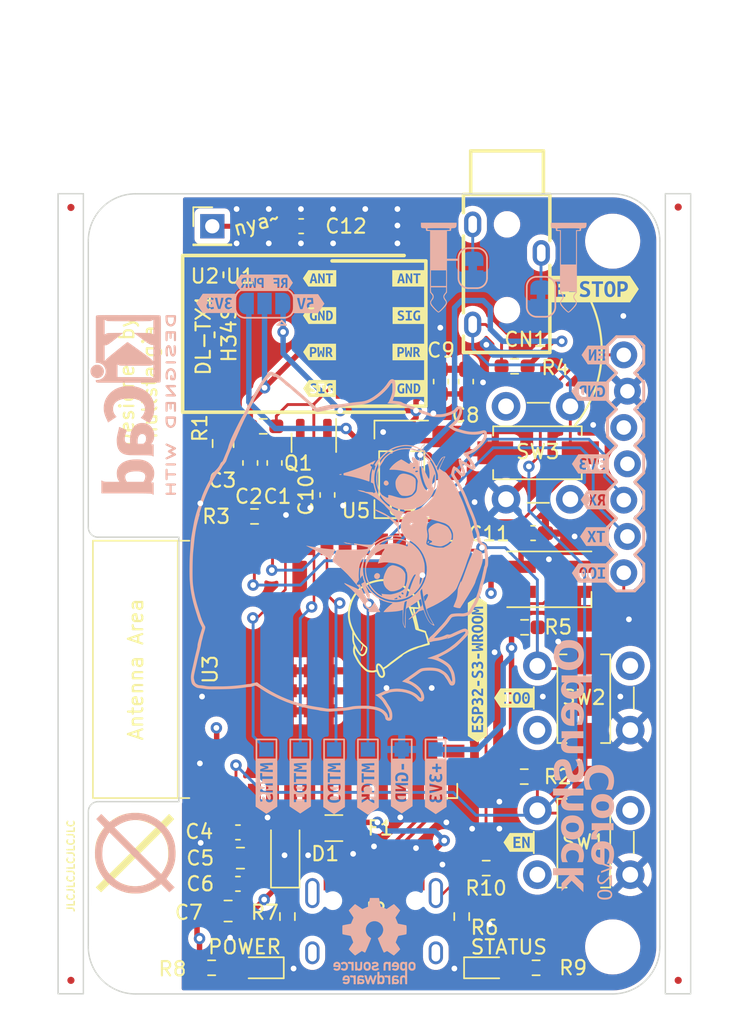
<source format=kicad_pcb>
(kicad_pcb (version 20221018) (generator pcbnew)
  (layers (0 "F.Cu" signal) (1 "In1.Cu" power) (2 "In2.Cu" power) (31 "B.Cu" signal) (34 "B.Paste" user) (35 "F.Paste" user) (36 "B.SilkS" user "B.Silkscreen") (37 "F.SilkS" user "F.Silkscreen") (38 "B.Mask" user) (39 "F.Mask" user) (44 "Edge.Cuts" user))
  (net 0 "")
  (net 1 "+3V3")
  (net 2 "Net-(D1-A)")
  (net 3 "GND")
  (net 4 "RGB")
  (net 6 "D+")
  (net 7 "D-")
  (net 8 "CC1")
  (net 10 "CC2")
  (net 12 "EN")
  (net 13 "Net-(J2-SHIELD)")
  (net 23 "IO0")
  (net 32 "+5V")
  (net 33 "Net-(D2-A)")
  (net 34 "+5VA")
  (net 35 "CTS")
  (net 36 "SERIAL_RX")
  (net 37 "SERIAL_TX")
  (net 38 "E_STOP")
  (net 39 "Net-(AE1-A)")
  (net 40 "STATUS")
  (net 41 "Net-(D3-A)")
  (net 43 "RF_Power")
  (net 44 "Net-(JP2-A)")
  (net 45 "RF_Signal")
  (net 46 "RF_Shifted")
  (net 51 "Net-(JP3-A)")
  (net 53 "MTCK")
  (net 54 "MTDO")
  (net 55 "MTDI")
  (net 56 "MTMS")
  (net 57 "Net-(U1-ANT)")
  (footprint "PCM_Espressif:ESP32-S3-WROOM-1" (layer "F.Cu") (at 118.0374 90 90)
    (fp_text reference "U3")
    (fp_text value "ESP32-S3-WROOM-1")
  )
  (footprint "Resistor_SMD:R_0603_1608Metric_Pad0.98x0.95mm_HandSolder" (layer "F.Cu") (at 129.8125 103.9)
    (fp_text reference "R10")
    (fp_text value "100k")
  )
  (footprint "kibuzzard-658A42A3" (layer "F.Cu") (at 124.4 67.8)
    (fp_text reference "kibuzzard-658A42A3" hide)
    (fp_text value "G***" hide)
  )
  (footprint "kibuzzard-63FC1BA4" (layer "F.Cu") (at 132.0688 102.1)
    (fp_text reference "kibuzzard-63FC1BA4" hide)
    (fp_text value "G***" hide)
  )
  (footprint "kibuzzard-658A27EA" (layer "F.Cu") (at 137.39 63.4)
    (fp_text reference "kibuzzard-658A27EA" hide)
    (fp_text value "G***" hide)
  )
  (footprint "Capacitor_SMD:C_0603_1608Metric_Pad1.08x0.95mm_HandSolder" (layer "F.Cu") (at 128.397 69.8716 90)
    (fp_text reference "C8")
    (fp_text value "100nF")
  )
  (footprint "kibuzzard-658A3013" (layer "F.Cu") (at 118.15 62.65)
    (fp_text reference "kibuzzard-658A3013" hide)
    (fp_text value "G***" hide)
  )
  (footprint "Resistor_SMD:R_0603_1608Metric_Pad0.98x0.95mm_HandSolder" (layer "F.Cu") (at 113.6 79.3)
    (fp_text reference "R3")
    (fp_text value "10k")
  )
  (footprint "kibuzzard-658A429F" (layer "F.Cu") (at 124.4 70.35)
    (fp_text reference "kibuzzard-658A429F" hide)
    (fp_text value "G***" hide)
  )
  (footprint "MountingHole:MountingHole_3.2mm_M3" (layer "F.Cu") (at 138.6636 60.0493)
    (fp_text reference "REF**")
    (fp_text value "MountingHole_3.2mm_M3")
  )
  (footprint "footprints:LED_WS2812B-Mini_3.5x3.5mm_P1.75mm" (layer "F.Cu") (at 134.23 83.7)
    (fp_text reference "D4" hide)
    (fp_text value "WS2812B-Mini3535" hide)
  )
  (footprint "Resistor_SMD:R_0603_1608Metric_Pad0.98x0.95mm_HandSolder" (layer "F.Cu") (at 110.5975 110.871 180)
    (fp_text reference "R8")
    (fp_text value "5.1k")
  )
  (footprint "Resistor_SMD:R_0603_1608Metric_Pad0.98x0.95mm_HandSolder" (layer "F.Cu") (at 132.4746 97.5003 180)
    (fp_text reference "R2")
    (fp_text value "10k")
  )
  (footprint "kibuzzard-658A42AC" (layer "F.Cu") (at 124.4 62.65)
    (fp_text reference "kibuzzard-658A42AC" hide)
    (fp_text value "G***" hide)
  )
  (footprint "MountingHole:MountingHole_3.2mm_M3" (layer "F.Cu") (at 105.2676 109.4)
    (fp_text reference "REF**")
    (fp_text value "MountingHole_3.2mm_M3")
  )
  (footprint "Connector_PinHeader_2.54mm:PinHeader_1x01_P2.54mm_Vertical" (layer "F.Cu") (at 110.6424 59.0042)
    (fp_text reference "AE1")
    (fp_text value "Antenna")
  )
  (footprint "footprints:tinysussy" (layer "F.Cu") (at 123 87.1 90)
    (fp_text reference "G***")
    (fp_text value "LOGO" hide)
  )
  (footprint "Package_TO_SOT_SMD:SOT-223-3_TabPin2" (layer "F.Cu") (at 123.9 76.008 180)
    (fp_text reference "U5")
    (fp_text value "AMS1117-3.3")
  )
  (footprint "kibuzzard-658A42A8" (layer "F.Cu") (at 124.4 65.25)
    (fp_text reference "kibuzzard-658A42A8" hide)
    (fp_text value "G***" hide)
  )
  (footprint "kibuzzard-658A2FFC" (layer "F.Cu") (at 118.15 70.35)
    (fp_text reference "kibuzzard-658A2FFC" hide)
    (fp_text value "G***" hide)
  )
  (footprint "Capacitor_SMD:C_0603_1608Metric_Pad1.08x0.95mm_HandSolder" (layer "F.Cu") (at 112.4375 101.4)
    (fp_text reference "C4")
    (fp_text value "100nF")
  )
  (footprint "Resistor_SMD:R_0603_1608Metric_Pad0.98x0.95mm_HandSolder" (layer "F.Cu") (at 131.8 68.8)
    (fp_text reference "R4")
    (fp_text value "5.1k")
  )
  (footprint "kibuzzard-658A3009" (layer "F.Cu") (at 118.15 65.25)
    (fp_text reference "kibuzzard-658A3009" hide)
    (fp_text value "G***" hide)
  )
  (footprint "Fiducial:Fiducial_0.5mm_Mask1mm" (layer "F.Cu") (at 143.25 111.75 90)
    (fp_text reference "FID4")
    (fp_text value "Fiducial")
  )
  (footprint "footprints:SW_PUSH_6mm_customized" (layer "F.Cu") (at 133.394 89.75)
    (fp_text reference "SW2")
    (fp_text value "SW_SPST")
  )
  (footprint "Resistor_SMD:R_0603_1608Metric_Pad0.98x0.95mm_HandSolder" (layer "F.Cu") (at 128.1 107.2875 -90)
    (fp_text reference "R6")
    (fp_text value "5.1k")
  )
  (footprint "footprints:nullsmall" (layer "F.Cu") (at 105.25 102.86)
    (fp_text reference "G***" hide)
    (fp_text value "LOGO" hide)
  )
  (footprint "Capacitor_SMD:C_0603_1608Metric_Pad1.08x0.95mm_HandSolder" (layer "F.Cu") (at 118.7 77.8 -90)
    (fp_text reference "C10")
    (fp_text value "100nF")
  )
  (footprint "easyeda2kicad:WIRELM-TH_H34S-433M" (layer "F.Cu") (at 120.0404 66.51 -90)
    (fp_text reference "U2")
    (fp_text value "H34B-433M")
  )
  (footprint "Package_TO_SOT_SMD:SOT-23" (layer "F.Cu") (at 117.75 74.15 -90)
    (fp_text reference "Q1")
    (fp_text value "BSS138")
  )
  (footprint "Fiducial:Fiducial_0.5mm_Mask1mm" (layer "F.Cu") (at 100.75 57.69 90)
    (fp_text reference "FID1")
    (fp_text value "Fiducial")
  )
  (footprint "Fuse:Fuse_1206_3216Metric_Pad1.42x1.75mm_HandSolder" (layer "F.Cu") (at 119.15 101.1)
    (fp_text reference "F1")
    (fp_text value "Polyfuse")
  )
  (footprint "footprints:SW_PUSH_6mm_customized" (layer "F.Cu") (at 133.394 99.8583)
    (fp_text reference "SW1")
    (fp_text value "SW_SPST")
  )
  (footprint "kibuzzard-63FC1B9A" (layer "F.Cu") (at 129.2 90 90)
    (fp_text reference "kibuzzard-63FC1B9A" hide)
    (fp_text value "G***" hide)
  )
  (footprint "MountingHole:MountingHole_3.2mm_M3" (layer "F.Cu") (at 138.6636 109.4111)
    (fp_text reference "REF**")
    (fp_text value "MountingHole_3.2mm_M3")
  )
  (footprint "Resistor_SMD:R_0603_1608Metric_Pad0.98x0.95mm_HandSolder" (layer "F.Cu") (at 115.9 107.2875 -90)
    (fp_text reference "R7")
    (fp_text value "5.1k")
  )
  (footprint "Capacitor_SMD:C_0603_1608Metric_Pad1.08x0.95mm_HandSolder" (layer "F.Cu") (at 112.4375 105)
    (fp_text reference "C6")
    (fp_text value "10uF")
  )
  (footprint "kibuzzard-63FC1BB3" (layer "F.Cu") (at 131.7486 92)
    (fp_text reference "kibuzzard-63FC1BB3" hide)
    (fp_text value "G***" hide)
  )
  (footprint "Resistor_SMD:R_0603_1608Metric_Pad0.98x0.95mm_HandSolder" (layer "F.Cu") (at 132.5 87.0572)
    (fp_text reference "R5")
    (fp_text value "10k")
  )
  (footprint "Fiducial:Fiducial_0.5mm_Mask1mm" (layer "F.Cu") (at 100.75 111.75 90)
    (fp_text reference "FID4")
    (fp_text value "Fiducial")
  )
  (footprint "Capacitor_SMD:C_0805_2012Metric_Pad1.18x1.45mm_HandSolder" (layer "F.Cu") (at 111.4 74.2 -90)
    (fp_text reference "C3")
    (fp_text value "22uF")
  )
  (footprint "Fiducial:Fiducial_0.5mm_Mask1mm" (layer "F.Cu") (at 143.25 57.6642 90)
    (fp_text reference "FID1")
    (fp_text value "Fiducial")
  )
  (footprint "easyeda2kicad:WIELM-TH_DL-TX1-433M" (layer "F.Cu") (at 122.55 66.51 180)
    (fp_text reference "U1")
    (fp_text value "DL-TX1-433M")
  )
  (footprint "footprints:HRO-TYPE-C-31-M-12-HandSoldering_ABPads" (layer "F.Cu") (at 121.967572 112.425)
    (fp_text reference "J2")
    (fp_text value "USB_C_Receptacle_USB2.0")
  )
  (footprint "kibuzzard-658A3003" (layer "F.Cu") (at 118.15 67.8)
    (fp_text reference "kibuzzard-658A3003" hide)
    (fp_text value "G***" hide)
  )
  (footprint "easyeda2kicad:AUDIO-TH_PJ-3200" (layer "F.Cu") (at 131.2672 62.3734 -90)
    (fp_text reference "CN1")
    (fp_text value "PJ-3200")
  )
  (footprint "Resistor_SMD:R_0603_1608Metric_Pad0.98x0.95mm_HandSolder" (layer "F.Cu") (at 114.2125 73)
    (fp_text reference "R1")
    (fp_text value "10k")
  )
  (footprint "MountingHole:MountingHole_3.2mm_M3" (layer "F.Cu") (at 105.2676 60.0382)
    (fp_text reference "REF**")
    (fp_text value "MountingHole_3.2mm_M3")
  )
  (footprint "footprints:SW_PUSH_6mm_customized" (layer "F.Cu") (at 135.7 71.6 -90)
    (fp_text reference "SW3")
    (fp_text value "SW_SPST")
  )
  (footprint "LED_SMD:LED_0603_1608Metric_Pad1.05x0.95mm_HandSolder" (layer "F.Cu") (at 129.925 110.871)
    (fp_text reference "D3")
    (fp_text value "STATUS")
  )
  (footprint "Capacitor_SMD:C_0603_1608Metric_Pad1.08x0.95mm_HandSolder" (layer "F.Cu") (at 133.096 80.4672 180)
    (fp_text reference "C11")
    (fp_text value "100nF")
  )
  (footprint "Diode_SMD:D_SOD-123" (layer "F.Cu") (at 115.75 102.9 90)
    (fp_text reference "D1")
    (fp_text value "D_Schottky")
  )
  (footprint "Capacitor_SMD:C_0805_2012Metric_Pad1.18x1.45mm_HandSolder" (layer "F.Cu") (at 111.75 106.9 180)
    (fp_text reference "C7")
    (fp_text value "22uF")
  )
  (footprint "Capacitor_SMD:C_0603_1608Metric_Pad1.08x0.95mm_HandSolder" (layer "F.Cu") (at 126.6444 69.8705 90)
    (fp_text reference "C9")
    (fp_text value "10uF")
  )
  (footprint "Package_TO_SOT_SMD:SOT-23_Handsoldering" (layer "F.Cu") (at 123.9004 75.5 90)
    (fp_text reference "U4")
    (fp_text value "MCP1700x-300xxTT")
  )
  (footprint "Capacitor_SMD:C_0603_1608Metric_Pad1.08x0.95mm_HandSolder" (layer "F.Cu") (at 116.8625 59)
    (fp_text reference "C12")
    (fp_text value "73pF")
  )
  (footprint "LED_SMD:LED_0603_1608Metric_Pad1.05x0.95mm_HandSolder" (layer "F.Cu") (at 113.985 110.871 180)
    (fp_text reference "D2")
    (fp_text value "POWER")
  )
  (footprint "Capacitor_SMD:C_0805_2012Metric_Pad1.18x1.45mm_HandSolder" (layer "F.Cu") (at 112.6125 103.2)
    (fp_text reference "C5")
    (fp_text value "22uF")
  )
  (footprint "Resistor_SMD:R_0603_1608Metric_Pad0.98x0.95mm_HandSolder" (layer "F.Cu") (at 133.3032 110.871)
    (fp_text reference "R9")
    (fp_text value "5.1k")
  )
  (footprint "Capacitor_SMD:C_0603_1608Metric_Pad1.08x0.95mm_HandSolder" (layer "F.Cu") (at 113.3 75.5625 -90)
    (fp_text reference "C2")
    (fp_text value "10uF")
  )
  (footprint "Capacitor_SMD:C_0603_1608Metric_Pad1.08x0.95mm_HandSolder" (layer "F.Cu") (at 115 75.5625 -90)
    (fp_text reference "C1")
    (fp_text value "100nF")
  )
  (footprint "LOGO" (layer "B.Cu") (at 119.973253 81.8 -90)
    (fp_text reference "G***" hide)
    (fp_text value "LOGO" hide)
  )
  (footprint "kibuzzard-65AF1A0B" (layer "B.Cu") (at 117.4 64.42 180)
    (fp_text reference "kibuzzard-65AF1A0B" hide)
    (fp_text value "G***" hide)
  )
  (footprint "kibuzzard-658A26DB" (layer "B.Cu") (at 114.433336 98.17 -90)
    (fp_text reference "kibuzzard-658A26DB" hide)
    (fp_text value "G***" hide)
  )
  (footprint "kibuzzard-658A779F" (layer "B.Cu") (at 123.9012 98.1964 -90)
    (fp_text reference "kibuzzard-658A779F" hide)
    (fp_text value "G***" hide)
  )
  (footprint "TestPoint:TestPoint_Pad_1.0x1.0mm" (layer "B.Cu") (at 121.533334 95.6 90)
    (fp_text reference "TP1" hide)
    (fp_text value "MTCK" hide)
  )
  (footprint "Jumper:SolderJumper-2_P1.3mm_Bridged_RoundedPad1.0x1.5mm" (layer "B.Cu") (at 133.65 63.9386 -90)
    (fp_text reference "JP3" hide)
    (fp_text value "SolderJumper_2_Open")
  )
  (footprint "kibuzzard-658A2659" (layer "B.Cu") (at 137.41 78.14 180)
    (fp_text reference "kibuzzard-658A2659" hide)
    (fp_text value "G***" hide)
  )
  (footprint "TestPoint:TestPoint_Pad_1.0x1.0mm" (layer "B.Cu") (at 126.266666 95.6 180)
    (fp_text reference "TP5" hide)
    (fp_text value "3V3" hide)
  )
  (footprint "TestPoint:TestPoint_Pad_1.0x1.0mm" (layer "B.Cu") (at 123.9 95.6 180)
    (fp_text reference "TP6" hide)
    (fp_text value "GND" hide)
  )
  (footprint "kibuzzard-658A26D4" (layer "B.Cu") (at 119.168336 98.19 -90)
    (fp_text reference "kibuzzard-658A26D4" hide)
    (fp_text value "G***" hide)
  )
  (footprint "Jumper:SolderJumper-2_P1.3mm_Bridged_RoundedPad1.0x1.5mm" (layer "B.Cu") (at 128.87 61.934 -90)
    (fp_text reference "JP2" hide)
    (fp_text value "SolderJumper_2_Open")
  )
  (footprint "TestPoint:TestPoint_Pad_1.0x1.0mm" (layer "B.Cu") (at 114.433336 95.6 180)
    (fp_text reference "TP4" hide)
    (fp_text value "MTMS" hide)
  )
  (footprint "TestPoint:TestPoint_Pad_1.0x1.0mm" (layer "B.Cu") (at 116.800002 95.6 90)
    (fp_text reference "TP3" hide)
    (fp_text value "MTDI" hide)
  )
  (footprint "kibuzzard-658A264C" (layer "B.Cu") (at 137.44 68.01 180)
    (fp_text reference "kibuzzard-658A264C" hide)
    (fp_text value "G***" hide)
  )
  (footprint "kibuzzard-658A4835" (layer "B.Cu") (at 126.283336 98.21 -90)
    (fp_text reference "kibuzzard-658A4835" hide)
    (fp_text value "G***" hide)
  )
  (footprint "kibuzzard-65AF1A15" (layer "B.Cu") (at 110.91 64.4 180)
    (fp_text reference "kibuzzard-65AF1A15" hide)
    (fp_text value "G***" hide)
  )
  (footprint "LOGO" (layer "B.Cu") (at 135.5852 61.9046 90)
    (fp_text reference "G***" hide)
    (fp_text value "LOGO" hide)
  )
  (footprint "kibuzzard-658A265D" (layer "B.Cu") (at 137.38 80.71 180)
    (fp_text reference "kibuzzard-658A265D" hide)
    (fp_text value "G***" hide)
  )
  (footprint "kibuzzard-658A26D7" (layer "B.Cu") (at 116.798336 98.16 -90)
    (fp_text reference "kibuzzard-658A26D7" hide)
    (fp_text value "G***" hide)
  )
  (footprint "LOGO" (layer "B.Cu") (at 126.492 61.9 90)
    (fp_text reference "G***" hide)
    (fp_text value "LOGO" hide)
  )
  (footprint "kibuzzard-658A269D" (layer "B.Cu") (at 121.538336 98.21 -90)
    (fp_text reference "kibuzzard-658A269D" hide)
    (fp_text value "G***" hide)
  )
  (footprint "Symbol:KiCad-Logo2_5mm_SilkScreen" (layer "B.Cu") (at 105.1 71.5 -90)
    (fp_text reference "REF**" hide)
    (fp_text value "KiCad-Logo2_5mm_SilkScreen" hide)
  )
  (footprint "kibuzzard-658A2652" (layer "B.Cu") (at 137.1 75.63 180)
    (fp_text reference "kibuzzard-658A2652" hide)
    (fp_text value "G***" hide)
  )
  (footprint "footprints:1X07_LOCK" (layer "B.Cu") (at 139.568855 68.001843 -90)
    (fp_text reference "J1")
    (fp_text value "Serial Debug")
  )
  (footprint "Symbol:OSHW-Logo_5.7x6mm_SilkScreen" (layer "B.Cu") (at 122 109 180)
    (fp_text reference "REF**" hide)
    (fp_text value "OSHW-Logo_5.7x6mm_SilkScreen" hide)
  )
  (footprint "TestPoint:TestPoint_Pad_1.0x1.0mm" (layer "B.Cu") (at 119.166668 95.6 180)
    (fp_text reference "TP2" hide)
    (fp_text value "MTDO" hide)
  )
  (footprint "Jumper:SolderJumper-3_P1.3mm_Open_RoundedPad1.0x1.5mm" (layer "B.Cu") (at 114.3 64.4075 180)
    (fp_text reference "JP1" hide)
    (fp_text value "Transmitter Power Selection")
  )
  (footprint "kibuzzard-658A2661" (layer "B.Cu") (at 137.1 83.26 180)
    (fp_text reference "kibuzzard-658A2661" hide)
    (fp_text value "G***" hide)
  )
  (footprint "footprints:nullsmall" (layer "B.Cu") (at 105.25 102.86 180)
    (fp_text reference "G***" hide)
    (fp_text value "LOGO" hide)
  )
  (footprint "kibuzzard-658A2647" (layer "B.Cu") (at 137.08 70.54 180)
    (fp_text reference "kibuzzard-658A2647" hide)
    (fp_text value "G***" hide)
  )
  (footprint "kibuzzard-658A25BD" (layer "B.Cu") (at 114.27 62.96 180)
    (fp_text reference "kibuzzard-658A25BD" hide)
    (fp_text value "G***" hide)
  )
  (gr_line (start 127.076775 61.3476) (end 127.837625 61.3476) (stroke (width 0.15)) (layer "B.SilkS"))
  (gr_line (start 134.5184 62.8) (end 135.1534 62.8) (stroke (width 0.15)) (layer "B.SilkS"))
  (gr_line (start 110.8 66.425) (end 110.8 66.775) (stroke (width 0.15)) (layer "F.SilkS"))
  (gr_line (start 111.425 62.225) (end 111.425 62.575) (stroke (width 0.15)) (layer "F.SilkS"))
  (gr_arc (start 137.043334 64.053215) (mid 137.84531 68.623112) (end 136.0428 72.8984) (stroke (width 0.15)) (layer "F.SilkS"))
  (gr_line (start 101.969544 99.933944) (end 101.9656 109.398) (stroke (width 0.1)) (layer "Edge.Cuts"))
  (gr_line (start 141.9656 109.398) (end 141.9656 60.0382) (stroke (width 0.1)) (layer "Edge.Cuts"))
  (gr_arc (start 141.9656 109.398) (mid 140.998467 111.732867) (end 138.6636 112.7) (stroke (width 0.1)) (layer "Edge.Cuts"))
  (gr_line (start 108.3 99.25) (end 108.3 80.75) (stroke (width 0.1)) (layer "Edge.Cuts"))
  (gr_rect (start 142.35 56.7262) (end 144.121 112.69) (stroke (width 0.1)) (fill none) (layer "Edge.Cuts"))
  (gr_line (start 108.3 80.75) (end 102.653944 80.75) (stroke (width 0.1)) (layer "Edge.Cuts"))
  (gr_line (start 108.3 99.25) (end 102.653944 99.249544) (stroke (width 0.1)) (layer "Edge.Cuts"))
  (gr_rect (start 99.85 56.7262) (end 101.621 112.69) (stroke (width 0.1)) (fill none) (layer "Edge.Cuts"))
  (gr_arc (start 138.6636 56.7362) (mid 140.998467 57.703333) (end 141.9656 60.0382) (stroke (width 0.1)) (layer "Edge.Cuts"))
  (gr_line (start 101.9656 80.066056) (end 101.9656 60.0382) (stroke (width 0.1)) (layer "Edge.Cuts"))
  (gr_line (start 138.6636 56.7362) (end 105.2676 56.7362) (stroke (width 0.1)) (layer "Edge.Cuts"))
  (gr_arc (start 101.969544 99.933944) (mid 102.17 99.45) (end 102.653944 99.249544) (stroke (width 0.1)) (layer "Edge.Cuts"))
  (gr_arc (start 102.653944 80.7544) (mid 102.167211 80.552789) (end 101.9656 80.066056) (stroke (width 0.1)) (layer "Edge.Cuts"))
  (gr_arc (start 105.2676 112.7) (mid 102.932733 111.732867) (end 101.9656 109.398) (stroke (width 0.1)) (layer "Edge.Cuts"))
  (gr_line (start 105.2676 112.7) (end 138.6636 112.7) (stroke (width 0.1)) (layer "Edge.Cuts"))
  (gr_arc (start 101.9656 60.0382) (mid 102.932733 57.703333) (end 105.2676 56.7362) (stroke (width 0.1)) (layer "Edge.Cuts"))
  (gr_text "Core" (at 139.065 96.5454 90) (layer "B.SilkS") (effects (font (size 2 2) (thickness 0.3) bold) (justify left bottom mirror)))
  (gr_text "0" (at 138.7856 105.3084 90) (layer "B.SilkS") (effects (font (size 1 1)) (justify left bottom mirror)))
  (gr_text "OpenShock" (at 136.9568 87.8078 90) (layer "B.SilkS") (effects (font (size 2 2) (thickness 0.3) bold) (justify left bottom mirror)))
  (gr_text "v2" (at 138.7856 103.4542 90) (layer "B.SilkS") (effects (font (size 1 1)) (justify left bottom mirror)))
  (gr_text "." (at 138.7856 104.8512 90) (layer "B.SilkS") (effects (font (size 1 1)) (justify left bottom mirror)))
  (gr_text "DL-TX1" (at 110.6 66.575 90) (layer "F.SilkS") (effects (font (size 1 1)) (justify bottom)))
  (gr_text "nya~" (at 112.2 59.8 15) (layer "F.SilkS") (effects (font (size 1 1) (thickness 0.15) bold) (justify left bottom)))
  (gr_text "Designed by\nnullstalgia" (at 106.8578 69.9008 90) (layer "F.SilkS") (effects (font (size 1 1)) (justify bottom)))
  (gr_text "H34S" (at 112.4 66.575 90) (layer "F.SilkS") (effects (font (size 1 1)) (justify bottom)))
  (gr_text "JLCJLCJLCJLCJLC" (at 100.75 103.75 90) (layer "F.SilkS") (effects (font (size 0.5 0.5) (thickness 0.1))))
  (segment (start 134.4625 67.05) (end 132.7125 68.8) (width 0.381) (layer "F.Cu") (net 1))
  (segment (start 125.8 75) (end 125.2 75) (width 0.381) (layer "F.Cu") (net 1))
  (segment (start 127.05 76.008) (end 126.808 76.008) (width 0.381) (layer "F.Cu") (net 1))
  (segment (start 116.6 79.1) (end 116.6 77.575) (width 0.381) (layer "F.Cu") (net 1))
  (segment (start 120 73.15) (end 120.75 73.9) (width 0.381) (layer "F.Cu") (net 1))
  (segment (start 135.1 67.05) (end 134.4625 67.05) (width 0.381) (layer "F.Cu") (net 1))
  (segment (start 131.5875 87.0572) (end 131.5875 97.4749) (width 0.381) (layer "F.Cu") (net 1))
  (segment (start 130.945 82.825) (end 132.255 82.825) (width 0.381) (layer "F.Cu") (net 1))
  (segment (start 110.93 94.09) (end 110.95 94.11) (width 0.381) (layer "F.Cu") (net 1))
  (segment (start 111.575 101.4) (end 111.575 105) (width 0.381) (layer "F.Cu") (net 1))
  (segment (start 117.3 79.8) (end 116.6 79.1) (width 0.381) (layer "F.Cu") (net 1))
  (segment (start 131.5875 97.4749) (end 131.5621 97.5003) (width 0.381) (layer "F.Cu") (net 1))
  (segment (start 132.25 80.25) (end 132.25 82.79) (width 0.381) (layer "F.Cu") (net 1))
  (segment (start 125.8 77) (end 124.8504 77) (width 0.381) (layer "F.Cu") (net 1))
  (segment (start 130.15 84.67) (end 130.15 83.62) (width 0.381) (layer "F.Cu") (net 1))
  (segment (start 124.3 78.9) (end 124.8504 78.3496) (width 0.381) (layer "F.Cu") (net 1))
  (segment (start 118.7 75.15) (end 119.558 76.008) (width 0.381) (layer "F.Cu") (net 1))
  (segment (start 120.75 73.9) (end 120.75 76.008) (width 0.381) (layer "F.Cu") (net 1))
  (segment (start 111.575 100.575) (end 111.0474 100.0474) (width 0.381) (layer "F.Cu") (net 1))
  (segment (start 120.3 79.8) (end 117.3 79.8) (width 0.381) (layer "F.Cu") (net 1))
  (segment (start 117.2375 76.9375) (end 118.7 76.9375) (width 0.381) (layer "F.Cu") (net 1))
  (segment (start 126.792 76.008) (end 125.8 77) (width 0.381) (layer "F.Cu") (net 1))
  (segment (start 126.808 76.008) (end 125.8 75) (width 0.381) (layer "F.Cu") (net 1))
  (segment (start 111.0474 100.0474) (end 111.0474 98.75) (width 0.381) (layer "F.Cu") (net 1))
  (segment (start 127.05 76.008) (end 126.792 76.008) (width 0.381) (layer "F.Cu") (net 1))
  (segment (start 111.575 101.4) (end 111.575 100.575) (width 0.381) (layer "F.Cu") (net 1))
  (segment (start 120.75 78.45) (end 121.2 78.9) (width 0.381) (layer "F.Cu") (net 1))
  (segment (start 110.05 105) (end 111.575 105) (width 0.381) (layer "F.Cu") (net 1))
  (segment (start 124.8504 78.3496) (end 124.8504 77) (width 0.381) (layer "F.Cu") (net 1))
  (segment (start 109.75 108.825) (end 109.75 110.806) (width 0.381) (layer "F.Cu") (net 1))
  (segment (start 121.2 78.9) (end 124.3 78.9) (width 0.381) (layer "F.Cu") (net 1))
  (segment (start 110.95 94.11) (end 110.95 98.6526) (width 0.381) (layer "F.Cu") (net 1))
  (segment (start 116.6 77.575) (end 117.2375 76.9375) (width 0.381) (layer "F.Cu") (net 1))
  (segment (start 109.575 108.65) (end 109.575 105.475) (width 0.381) (layer "F.Cu") (net 1))
  (segment (start 130.15 83.62) (end 130.945 82.825) (width 0.381) (layer "F.Cu") (net 1))
  (segment (start 132.254 80.254) (end 132.25 80.25) (width 0.381) (layer "F.Cu") (net 1))
  (segment (start 109.75 108.825) (end 109.575 108.65) (width 0.381) (layer "F.Cu") (net 1))
  (segment (start 120.75 76.008) (end 120.75 78.45) (width 0.381) (layer "F.Cu") (net 1))
  (segment (start 119.558 76.008) (end 120.75 76.008) (width 0.381) (layer "F.Cu") (net 1))
  (segment (start 118.7 73.2125) (end 118.7 75.15) (width 0.381) (layer "F.Cu") (net 1))
  (segment (start 110.95 98.6526) (end 111.0474 98.75) (width 0.381) (layer "F.Cu") (net 1))
  (segment (start 118.7 76.9375) (end 119.8205 76.9375) (width 0.381) (layer "F.Cu") (net 1))
  (segment (start 119.8205 76.9375) (end 120.75 76.008) (width 0.381) (layer "F.Cu") (net 1))
  (segment (start 109.575 105.475) (end 110.05 105) (width 0.381) (layer "F.Cu") (net 1))
  (segment (start 109.75 110.806) (end 109.685 110.871) (width 0.381) (layer "F.Cu") (net 1))
  (segment (start 121.2 78.9) (end 120.3 79.8) (width 0.381) (layer "F.Cu") (net 1))
  (via (at 130.15 84.67) (size 0.8) (drill 0.4) (layers "F.Cu" "B.Cu") (net 1))
  (via (at 110.93 94.09) (size 0.8) (drill 0.4) (layers "F.Cu" "B.Cu") (net 1))
  (via (at 109.75 108.825) (size 0.8) (drill 0.4) (layers "F.Cu" "B.Cu") (net 1))
  (via (at 120 73.15) (size 0.8) (drill 0.4) (layers "F.Cu" "B.Cu") (net 1))
  (via (at 125.2 75) (size 0.8) (drill 0.4) (layers "F.Cu" "B.Cu") (net 1))
  (via (at 131.5875 88.5) (size 0.8) (drill 0.4) (layers "F.Cu" "B.Cu") (net 1))
  (via (at 135.1 67.05) (size 0.8) (drill 0.4) (layers "F.Cu" "B.Cu") (net 1))
  (segment (start 129.2 95.6) (end 126.266666 95.6) (width 0.381) (layer "B.Cu") (net 1))
  (segment (start 120 73.15) (end 115.05 73.15) (width 0.381) (layer "B.Cu") (net 1))
  (segment (start 131 89.692936) (end 131 93.8) (width 0.381) (layer "B.Cu") (net 1))
  (segment (start 131.5875 88.5) (end 131.5875 89.105436) (width 0.381) (layer "B.Cu") (net 1))
  (segment (start 135.1 67.05) (end 130.95 67.05) (width 0.381) (layer "B.Cu") (net 1))
  (segment (start 113.2 71.3) (end 113.2 64.6075) (width 0.381) (layer "B.Cu") (net 1))
  (segment (start 131.5875 89.105436) (end 131 89.692936) (width 0.381) (layer "B.Cu") (net 1))
  (segment (start 129.6 64.2) (end 128.1 64.2) (width 0.381) (layer "B.Cu") (net 1))
  (segment (start 130.1 66.2) (end 130.1 64.7) (width 0.381) (layer "B.Cu") (net 1))
  (segment (start 130.1 64.7) (end 129.6 64.2) (width 0.381) (layer "B.Cu") (net 1))
  (segment (start 113.25 64.6575) (end 113 64.4075) (width 0.381) (layer "B.Cu") (net 1))
  (segment (start 130.95 67.05) (end 130.1 66.2) (width 0.381) (layer "B.Cu") (net 1))
  (segment (start 128.1 64.2) (end 127.6 64.7) (width 0.381) (layer "B.Cu") (net 1))
  (segment (start 115.05 73.15) (end 113.2 71.3) (width 0.381) (layer "B.Cu") (net 1))
  (segment (start 127.6 64.7) (end 127.6 72.6) (width 0.381) (layer "B.Cu") (net 1))
  (segment (start 127.6 72.6) (end 125.2 75) (width 0.381) (layer "B.Cu") (net 1))
  (segment (start 113.2 64.6075) (end 113 64.4075) (width 0.381) (layer "B.Cu") (net 1))
  (segment (start 131 93.8) (end 129.2 95.6) (width 0.381) (layer "B.Cu") (net 1))
  (segment (start 117.6625 101.2) (end 117.6125 101.25) (width 0.381) (layer "F.Cu") (net 2))
  (segment (start 117.6125 101.25) (end 115.75 101.25) (width 0.381) (layer "F.Cu") (net 2))
  (segment (start 118.7 103.35) (end 118.35 103) (width 0.381) (layer "F.Cu") (net 3))
  (segment (start 113.65 103.2) (end 114.3 103.2) (width 0.381) (layer "F.Cu") (net 3))
  (segment (start 115.7 79.3) (end 115.8 79.2) (width 0.381) (layer "F.Cu") (net 3))
  (segment (start 120.75 102.725) (end 121.425 102.725) (width 0.381) (layer "F.Cu") (net 3))
  (segment (start 118.7196 60.57808) (end 119.09768 60.2) (width 0.381) (layer "F.Cu") (net 3))
  (segment (start 110.7125 108.3125) (end 110.7125 106.9) (width 0.381) (layer "F.Cu") (net 3))
  (segment (start 114.325 108.6125) (end 114.325 108.625) (width 0.381) (layer "F.Cu") (net 3))
  (segment (start 120.575 102.9) (end 120.75 102.725) (width 0.381) (layer "F.Cu") (net 3))
  (segment (start 118.9658 63.9064) (end 118.7196 63.6602) (width 0.381) (layer "F.Cu") (net 3))
  (segment (start 118.35 103) (end 117.4 103) (width 0.381) (layer "F.Cu") (net 3))
  (segment (start 114.775 108.1625) (end 114.325 108.6125) (width 0.381) (layer "F.Cu") (net 3))
  (segment (start 126.6 66.1) (end 126.6 66) (width 0.381) (layer "F.Cu") (net 3))
  (segment (start 113.4718 101.8) (end 113.5 101.8) (width 0.381) (layer "F.Cu") (net 3))
  (segment (start 114.69 104.32) (end 114.01 105) (width 0.381) (layer "F.Cu") (net 3))
  (segment (start 113.3 101.4) (end 113.3 105) (width 0.381) (layer "F.Cu") (net 3))
  (segment (start 114.69 103.59) (end 114.69 104.32) (width 0.381) (layer "F.Cu") (net 3))
  (segment (start 124.5064 63.9064) (end 118.9658 63.9064) (width 0.381) (layer "F.Cu") (net 3))
  (segment (start 115.9 106.375) (end 114.775 107.5) (width 0.381) (layer "F.Cu") (net 3))
  (segment (start 114.325 108.625) (end 111.025 108.625) (width 0.381) (layer "F.Cu") (net 3))
  (segment (start 125.1906 104.77) (end 125.1906 104.775) (width 0.381) (layer "F.Cu") (net 3))
  (segment (start 117.4 103) (end 117.35 103.05) (width 0.381) (layer "F.Cu") (net 3))
  (segment (start 115.675 106.375) (end 115.9 106.375) (width 0.381) (layer "F.Cu") (net 3))
  (segment (start 118.7 104.6195) (end 118.7 103.35) (width 0.381) (layer "F.Cu") (net 3))
  (segment (start 126.6 66) (end 124.5064 63.9064) (width 0.381) (layer "F.Cu") (net 3))
  (segment (start 126.7968 103.6066) (end 126.3904 104.013) (width 0.381) (layer "F.Cu") (net 3))
  (segment (start 114.5125 79.3) (end 115.7 79.3) (width 0.381) (layer "F.Cu") (net 3))
  (segment (start 114.3 103.2) (end 114.69 103.59) (width 0.381) (layer "F.Cu") (net 3))
  (segment (start 130.6428 75.4484) (end 129.9428 74.7484) (width 0.2) (layer "F.Cu") (net 3))
  (segment (start 126.3904 104.013) (end 125.2728 104.013) (width 0.381) (layer "F.Cu") (net 3))
  (segment (start 114.01 105) (end 113.3 105) (width 0.381) (layer "F.Cu") (net 3))
  (segment (start 111.025 108.625) (end 110.7125 108.3125) (width 0.381) (layer "F.Cu") (net 3))
  (segment (start 118.7196 63.6602) (end 118.7196 60.57808) (width 0.381) (layer "F.Cu") (net 3))
  (segment (start 121.425 102.725) (end 123.8 100.35) (width 0.381) (layer "F.Cu") (net 3))
  (segment (start 114.775 107.5) (end 114.775 108.1625) (width 0.381) (layer "F.Cu") (net 3))
  (via (at 116.84652 60.2) (size 0.8) (drill 0.4) (layers "F.Cu" "B.Cu") (net 3))
  (via (at 121.34884 57.8) (size 0.8) (drill 0.4) (layers "F.Cu" "B.Cu") (net 3))
  (via (at 136 80.7) (size 0.8) (drill 0.4) (layers "F.Cu" "B.Cu") (net 3))
  (via (at 116.84652 57.8) (size 0.8) (drill 0.4) (layers "F.Cu" "B.Cu") (net 3))
  (via (at 114.51 100.36) (size 0.8) (drill 0.4) (layers "F.Cu" "B.Cu") (net 3))
  (via (at 119.795052 78.543181) (size 0.8) (drill 0.4) (layers "F.Cu" "B.Cu") (net 3))
  (via (at 114.59536 60.2) (size 0.8) (drill 0.4) (layers "F.Cu" "B.Cu") (net 3))
  (via (at 123.6 60.2) (size 0.8) (drill 0.4) (layers "F.Cu" "B.Cu") (net 3))
  (via (at 139.41 65.28) (size 0.8) (drill 0.4) (layers "F.Cu" "B.Cu") (net 3))
  (via (at 125.349 83.4136) (size 0.8) (drill 0.4) (layers "F.Cu" "B.Cu") (net 3))
  (via (at 117.35 103) (size 0.7) (drill 0.4) (layers "F.Cu" "B.Cu") (net 3))
  (via (at 115.8 79.2) (size 0.8) (drill 0.4) (layers "F.Cu" "B.Cu") (net 3))
  (via (at 127.0254 100.7) (size 0.7) (drill 0.4) (layers "F.Cu" "B.Cu") (net 3))
  (via (at 130.7338 101.1428) (size 0.7) (drill 0.4) (layers "F.Cu" "B.Cu") (net 3))
  (via (at 127.5842 110.9218) (size 0.7) (drill 0.4) (layers "F.Cu" "B.Cu") (net 3))
  (via (at 129 78.3) (size 0.8) (drill 0.4) (layers "F.Cu" "B.Cu") (net 3))
  (via (at 119.09768 57.8) (size 0.8) (drill 0.4) (layers "F.Cu" "B.Cu") (net 3))
  (via (at 124.9 102.5) (size 0.7) (drill 0.4) (layers "F.Cu" "B.Cu") (net 3))
  (via (at 111.887 108.7628) (size 0.7) (drill 0.4) (layers "F.Cu" "B.Cu") (net 3))
  (via (at 109.775 96.575) (size 0.7) (drill 0.4) (layers "F.Cu" "B.Cu") (net 3))
  (via (at 117.5 78.7) (size 0.8) (drill 0.4) (layers "F.Cu" "B.Cu") (net 3))
  (via (at 130.048 107.823) (size 0.7) (drill 0.4) (layers "F.Cu" "B.Cu") (net 3))
  (via (at 139.2 91.9) (size 0.8) (drill 0.4) (layers "F.Cu" "B.Cu") (net 3))
  (via (at 126.114574 72.09107) (size 0.8) (drill 0.4) (layers "F.Cu" "B.Cu") (net 3))
  (via (at 112.3442 57.8) (size 0.8) (drill 0.4) (layers "F.Cu" "B.Cu") (net 3))
  (via (at 119.09768 60.2) (size 0.8) (drill 0.4) (layers "F.Cu" "B.Cu") (net 3))
  (via (at 134.85 88.05) (size 0.8) (drill 0.4) (layers "F.Cu" "B.Cu") (net 3))
  (via (at 109.925 91.9) (size 0.8) (drill 0.4) (layers "F.Cu" "B.Cu") (net 3))
  (via (at 126 91.3) (size 0.8) (drill 0.4) (layers "F.Cu" "B.Cu") (net 3))
  (via (at 123.6 58.9534) (size 0.8) (drill 0.4) (layers "F.Cu" "B.Cu") (net 3))
  (via (at 109.8296 102.1334) (size 0.7) (drill 0.4) (layers "F.Cu" "B.Cu") (net 3))
  (via (at 129.5908 69.9262) (size 0.7) (drill 0.4) (layers "F.Cu" "B.Cu") (net 3))
  (via (at 134.2 82.3) (size 0.8) (drill 0.4) (layers "F.Cu" "B.Cu") (net 3))
  (via (at 122.8344 91.3) (size 0.8) (drill 0.4) (layers "F.Cu" "B.Cu") (net 3))
  (via (at 123.6 57.8) (size 0.8) (drill 0.4) (layers "F.Cu" "B.Cu") (net 3))
  (via (at 121.96 102.38) (size 0.7) (drill 0.4) (layers "F.Cu" "B.Cu") (net 3))
  (via (at 112.3442 60.2) (size 0.8) (drill 0.4) (layers "F.Cu" "B.Cu") (net 3))
  (via (at 109.8042 78.3844) (size 0.8) (drill 0.4) (layers "F.Cu" "B.Cu") (net 3))
  (via (at 137.3 72.9) (size 0.8) (drill 0.4) (layers "F.Cu" "B.Cu") (net 3))
  (via (at 126.75 103.65) (size 0.7) (drill 0.4) (layers "F.Cu" "B.Cu") (net 3))
  (via (at 130.7338 99.25) (size 0.7) (drill 0.4) (layers "F.Cu" "B.Cu") (net 3))
  (via (at 116.332 110.9218) (size 0.7) (drill 0.4) (layers "F.Cu" "B.Cu") (net 3))
  (via (at 120.5 102.9) (size 0.7) (drill 0.4) (layers "F.Cu" "B.Cu") (net 3))
  (via (at 123.8 100.35) (size 0.7) (drill 0.4) (layers "F.Cu" "B.Cu") (net 3))
  (via (at 139.8 86.5) (size 0.8) (drill 0.4) (layers "F.Cu" "B.Cu") (net 3))
  (via (at 115.7 103) (size 0.7) (drill 0.4) (layers "F.Cu" "B.Cu") (net 3))
  (via (at 133.775 91.9) (size 0.8) (drill 0.4) (layers "F.Cu" "B.Cu") (net 3))
  (via (at 129.822418 67.291588) (size 0.7) (drill 0.4) (layers "F.Cu" "B.Cu") (net 3))
  (via (at 122.6 73.4) (size 0.8) (drill 0.4) (layers "F.Cu" "B.Cu") (net 3))
  (via (at 126.6 66.1) (size 0.7) (drill 0.4) (layers "F.Cu" "B.Cu") (net 3))
  (via (at 130.4 88.8) (size 0.8) (drill 0.4) (layers "F.Cu" "B.Cu") (net 3))
  (via (at 114.59536 57.8) (size 0.8) (drill 0.4) (layers "F.Cu" "B.Cu") (net 3))
  (via (at 128.8288 101.1428) (size 0.7) (drill 0.4) (layers "F.Cu" "B.Cu") (net 3))
  (segment (start 135.075 82.825) (end 134.2 83.7) (width 0.2) (layer "F.Cu") (net 4))
  (segment (start 130.7 85.4) (end 128.75 87.35) (width 0.2) (layer "F.Cu") (net 4))
  (segment (start 134.2 85) (end 133.8 85.4) (width 0.2) (layer "F.Cu") (net 4))
  (segment (start 128.75 87.35) (end 128.75 87.8) (width 0.2) (layer "F.Cu") (net 4))
  (segment (start 133.8 85.4) (end 130.7 85.4) (width 0.2) (layer "F.Cu") (net 4))
  (segment (start 136.205 82.825) (end 135.075 82.825) (width 0.2) (layer "F.Cu") (net 4))
  (segment (start 136.52 82.835) (end 135.585 82.835) (width 0.2) (layer "F.Cu") (net 4))
  (segment (start 136.52 83.11) (end 135.93 83.11) (width 0.2) (layer "F.Cu") (net 4))
  (segment (start 128.455 88.095) (end 127.5374 88.095) (width 0.2) (layer "F.Cu") (net 4))
  (segment (start 134.2 83.7) (end 134.2 85) (width 0.2) (layer "F.Cu") (net 4))
  (segment (start 128.75 87.8) (end 128.455 88.095) (width 0.2) (layer "F.Cu") (net 4))
  (segment (start 126.2874 98.75) (end 126.2874 99.890988) (width 0.2413) (layer "F.Cu") (net 6))
  (segment (start 122.5 105.9) (end 122.717572 105.682428) (width 0.2413) (layer "F.Cu") (net 6))
  (segment (start 122.717572 105.682428) (end 122.717572 104.622) (width 0.2413) (layer "F.Cu") (net 6))
  (segment (start 122.688222 103.90965) (end 122.717572 103.939) (width 0.2413) (layer "F.Cu") (net 6))
  (segment (start 121.717572 104.622) (end 121.717572 105.717572) (width 0.2413) (layer "F.Cu") (net 6))
  (segment (start 121.9 105.9) (end 122.5 105.9) (width 0.2413) (layer "F.Cu") (net 6))
  (segment (start 126.2874 99.890988) (end 122.688222 103.490166) (width 0.2413) (layer "F.Cu") (net 6))
  (segment (start 121.717572 105.717572) (end 121.9 105.9) (width 0.2413) (layer "F.Cu") (net 6))
  (segment (start 122.688222 103.490166) (end 122.688222 103.90965) (width 0.2413) (layer "F.Cu") (net 6))
  (segment (start 122.717572 103.939) (end 122.717572 104.622) (width 0.2413) (layer "F.Cu") (net 6))
  (segment (start 121.217572 103.564856) (end 121.382428 103.4) (width 0.2413) (layer "F.Cu") (net 7))
  (segment (start 122.246922 103.90965) (end 122.217572 103.939) (width 0.2413) (layer "F.Cu") (net 7))
  (segment (start 125.0174 100.4826) (end 122.1 103.4) (width 0.2413) (layer "F.Cu") (net 7))
  (segment (start 122 103.4) (end 122.217572 103.617572) (width 0.2413) (layer "F.Cu") (net 7))
  (segment (start 121.217572 104.622) (end 121.217572 103.564856) (width 0.2413) (layer "F.Cu") (net 7))
  (segment (start 122.217572 103.617572) (end 122.217572 104.622) (width 0.2413) (layer "F.Cu") (net 7))
  (segment (start 121.382428 103.4) (end 122 103.4) (width 0.2413) (layer "F.Cu") (net 7))
  (segment (start 125.0174 98.75) (end 125.0174 100.4826) (width 0.2413) (layer "F.Cu") (net 7))
  (segment (start 122.217572 103.939) (end 122.217572 104.622) (width 0.2413) (layer "F.Cu") (net 7))
  (segment (start 122.1 103.4) (end 122 103.4) (width 0.2413) (layer "F.Cu") (net 7))
  (segment (start 119.45 108.2) (end 115.9 108.2) (width 0.2) (layer "F.Cu") (net 8))
  (segment (start 120.717572 104.622) (end 120.717572 106.932428) (width 0.2) (layer "F.Cu") (net 8))
  (segment (start 120.717572 106.932428) (end 119.45 108.2) (width 0.2) (layer "F.Cu") (net 8))
  (segment (start 124.75 108.2) (end 128.1 108.2) (width 0.2) (layer "F.Cu") (net 10))
  (segment (start 123.7156 107.1656) (end 124.75 108.2) (width 0.2) (layer "F.Cu") (net 10))
  (segment (start 123.7156 104.775) (end 123.7156 107.1656) (width 0.2) (layer "F.Cu") (net 10))
  (segment (start 112.3 98.7326) (end 112.3174 98.75) (width 0.2) (layer "F.Cu") (net 12))
  (segment (start 136.698157 68.001843) (end 133.6 71.1) (width 0.2) (layer "F.Cu") (net 12))
  (segment (start 112.3 96.7) (end 112.3 98.7326) (width 0.2) (layer "F.Cu") (net 12))
  (segment (start 133.394 100.0511) (end 135.944 100.0511) (width 0.2) (layer "F.Cu") (net 12))
  (segment (start 133.6 75) (end 132.8 75.8) (width 0.2) (layer "F.Cu") (net 12))
  (segment (start 133.394 100.0511) (end 133.394 97.7) (width 0.2) (layer "F.Cu") (net 12))
  (segment (start 133.6 71.1) (end 133.6 75) (width 0.2) (layer "F.Cu") (net 12))
  (segment (start 139.441855 68.001843) (end 136.698157 68.001843) (width 0.2) (layer "F.Cu") (net 12))
  (via (at 132.8 75.8) (size 0.8) (drill 0.4) (layers "F.Cu" "B.Cu") (net 12))
  (via (at 112.3 96.7) (size 0.8) (drill 0.4) (layers "F.Cu" "B.Cu") (net 12))
  (segment (start 132.8 78.9) (end 136.7 82.8) (width 0.2) (layer "B.Cu") (net 12))
  (segment (start 114.2 98.6) (end 112.3 96.7) (width 0.2) (layer "B.Cu") (net 12))
  (segment (start 133.394 100.3072) (end 133.2868 100.2) (width 0.2) (layer "B.Cu") (net 12))
  (segment (start 133.2868 100.2) (end 129.1 100.2) (width 0.2) (layer "B.Cu") (net 12))
  (segment (start 127.5 98.6) (end 114.2 98.6) (width 0.2) (layer "B.Cu") (net 12))
  (segment (start 132.8 75.8) (end 132.8 78.9) (width 0.2) (layer "B.Cu") (net 12))
  (segment (start 136.7 97.0012) (end 133.394 100.3072) (width 0.2) (layer "B.Cu") (net 12))
  (segment (start 129.1 100.2) (end 127.5 98.6) (width 0.2) (layer "B.Cu") (net 12))
  (segment (start 136.7 82.8) (end 136.7 97.0012) (width 0.2) (layer "B.Cu") (net 12))
  (segment (start 128.5756 103.9) (end 128.9 103.9) (width 0.1778) (layer "F.Cu") (net 13))
  (segment (start 126.2856 106.19) (end 128.5756 103.9) (width 0.1778) (layer "F.Cu") (net 13))
  (segment (start 138.525 87.75) (end 137.8339 88.4411) (width 0.2) (layer "F.Cu") (net 23))
  (segment (start 139.441855 84.558145) (end 138.525 85.475) (width 0.2) (layer "F.Cu") (net 23))
  (segment (start 126.365 81.661) (end 129.3368 81.661) (width 0.2) (layer "F.Cu") (net 23))
  (segment (start 138.525 85.475) (end 138.525 87.75) (width 0.2) (layer "F.Cu") (net 23))
  (segment (start 139.441855 83.241843) (end 139.441855 84.558145) (width 0.2) (layer "F.Cu") (net 23))
  (segment (start 137.8339 88.4411) (end 136.65 88.4411) (width 0.2) (layer "F.Cu") (net 23))
  (segment (start 129.3368 81.661) (end 129.5146 81.4832) (width 0.2) (layer "F.Cu") (net 23))
  (segment (start 133.394 89.5678) (end 133.394 87.2685) (width 0.2) (layer "F.Cu") (net 23))
  (segment (start 133.394 89.9428) (end 135.944 89.9428) (width 0.2) (layer "F.Cu") (net 23))
  (segment (start 126.2874 81.5834) (end 126.365 81.661) (width 0.2) (layer "F.Cu") (net 23))
  (segment (start 126.2874 81.25) (end 126.2874 81.5834) (width 0.2) (layer "F.Cu") (net 23))
  (via (at 129.5146 81.4832) (size 0.8) (drill 0.4) (layers "F.Cu" "B.Cu") (net 23))
  (segment (start 131.1402 81.4832) (end 133.394 83.737) (width 0.2) (layer "B.Cu") (net 23))
  (segment (start 133.394 83.737) (end 133.394 88.775) (width 0.2) (layer "B.Cu") (net 23))
  (segment (start 129.5146 81.4832) (end 131.1402 81.4832) (width 0.2) (layer "B.Cu") (net 23))
  (segment (start 124.9 71.9) (end 124.7 71.9) (width 0.381) (layer "F.Cu") (net 32))
  (segment (start 123.8 73.8996) (end 123.9004 74) (width 0.381) (layer "F.Cu") (net 32))
  (segment (start 126.6455 70.7341) (end 126.6444 70.733) (width 0.381) (layer "F.Cu") (net 32))
  (segment (start 113.475 106.9) (end 112.7875 106.9) (width 0.381) (layer "F.Cu") (net 32))
  (segment (start 114.275 106.1) (end 113.475 106.9) (width 0.381) (layer "F.Cu") (net 32))
  (segment (start 123.9004 74) (end 126.758 74) (width 0.381) (layer "F.Cu") (net 32))
  (segment (start 126.758 74) (end 127.05 73.708) (width 0.381) (layer "F.Cu") (net 32))
  (segment (start 119.6 71.9) (end 124.9 71.9) (width 0.381) (layer "F.Cu") (net 32))
  (segment (start 124.9 72.4) (end 123.9004 73.3996) (width 0.381) (layer "F.Cu") (net 32))
  (segment (start 126.6444 73.3024) (end 127.05 73.708) (width 0.381) (layer "F.Cu") (net 32))
  (segment (start 125.367 70.733) (end 126.6444 70.733) (width 0.381) (layer "F.Cu") (net 32))
  (segment (start 123.9004 73.3996) (end 123.9004 74) (width 0.381) (layer "F.Cu") (net 32))
  (segment (start 115.75 104.625) (end 114.275 106.1) (width 0.381) (layer "F.Cu") (net 32))
  (segment (start 115.75 104.55) (end 115.75 104.625) (width 0.381) (layer "F.Cu") (net 32))
  (segment (start 124.9 71.9) (end 124.9 71.2) (width 0.381) (layer "F.Cu") (net 32))
  (segment (start 128.397 70.7341) (end 126.6455 70.7341) (width 0.381) (layer "F.Cu") (net 32))
  (segment (start 124.9 71.9) (end 124.9 72.4) (width 0.381) (layer "F.Cu") (net 32))
  (segment (start 124.9 71.2) (end 125.367 70.733) (width 0.381) (layer "F.Cu") (net 32))
  (via (at 114.275 106.1) (size 0.8) (drill 0.4) (layers "F.Cu" "B.Cu") (net 32))
  (via (at 119.6 71.9) (size 0.8) (drill 0.4) (layers "F.Cu" "B.Cu") (net 32))
  (via (at 124.9 71.9) (size 0.8) (drill 0.4) (layers "F.Cu" "B.Cu") (net 32))
  (via (at 115.6 66.4) (size 0.8) (drill 0.4) (layers "F.Cu" "B.Cu") (net 32))
  (segment (start 119.6 71.9) (end 115.6 67.9) (width 0.381) (layer "B.Cu") (net 32))
  (segment (start 115.6 64.4075) (end 115.6 66.4) (width 0.381) (layer "B.Cu") (net 32))
  (segment (start 115.6 67.9) (end 115.6 66.4) (width 0.381) (layer "B.Cu") (net 32))
  (segment (start 111.51 110.871) (end 113.11 110.871) (width 0.381) (layer "F.Cu") (net 33))
  (segment (start 124.6515 103.3985) (end 124.4156 103.6344) (width 0.381) (layer "F.Cu") (net 34))
  (segment (start 119.5156 102.3219) (end 120.6375 101.2) (width 0.381) (layer "F.Cu") (net 34))
  (segment (start 125.4515 103.3985) (end 124.6515 103.3985) (width 0.381) (layer "F.Cu") (net 34))
  (segment (start 119.5156 104.745) (end 119.5156 102.3219) (width 0.381) (layer "F.Cu") (net 34))
  (segment (start 126.875 101.975) (end 125.4515 103.3985) (width 0.381) (layer "F.Cu") (net 34))
  (segment (start 121.0375 100.7) (end 120.6375 101.1) (width 0.381) (layer "F.Cu") (net 34))
  (segment (start 122.2 100.7) (end 121.0375 100.7) (width 0.381) (layer "F.Cu") (net 34))
  (segment (start 124.4156 103.6344) (end 124.4156 104.77) (width 0.381) (layer "F.Cu") (net 34))
  (via (at 122.2 100.7) (size 0.8) (drill 0.4) (layers "F.Cu" "B.Cu") (net 34))
  (via (at 126.875 101.975) (size 0.8) (drill 0.4) (layers "F.Cu" "B.Cu") (net 34))
  (segment (start 122.2 100.7) (end 122.8 101.3) (width 0.381) (layer "B.Cu") (net 34))
  (segment (start 122.8 101.3) (end 126.2 101.3) (width 0.381) (layer "B.Cu") (net 34))
  (segment (start 122.2 100.92) (end 122.2 100.7) (width 0.381) (layer "B.Cu") (net 34))
  (segment (start 126.2 101.3) (end 126.875 101.975) (width 0.381) (layer "B.Cu") (net 34))
  (segment (start 114.8574 83.0086) (end 114.8574 81.25) (width 0.2) (layer "F.Cu") (net 36))
  (segment (start 114.808 83.058) (end 114.8574 83.0086) (width 0.2) (layer "F.Cu") (net 36))
  (via (at 114.808 83.058) (size 0.8) (drill 0.4) (layers "F.Cu" "B.Cu") (net 36))
  (segment (start 118.2 81.8) (end 116.942 83.058) (width 0.2) (layer "B.Cu") (net 36))
  (segment (start 138.1 75) (end 137 73.9) (width 0.2) (layer "B.Cu") (net 36))
  (segment (start 138.1 76.5) (end 138.1 75) (width 0.2) (layer "B.Cu") (net 36))
  (segment (start 139.441855 78.161843) (end 139.441855 77.841855) (width 0.2) (layer "B.Cu") (net 36))
  (segment (start 116.942 83.058) (end 114.808 83.058) (width 0.2) (layer "B.Cu") (net 36))
  (segment (start 129.9 73.9) (end 122 81.8) (width 0.2) (layer "B.Cu") (net 36))
  (segment (start 122 81.8) (end 118.2 81.8) (width 0.2) (layer "B.Cu") (net 36))
  (segment (start 139.441855 78.161843) (end 139.441855 78.391855) (width 0.2) (layer "B.Cu") (net 36))
  (segment (start 139.441855 77.841855) (end 138.1 76.5) (width 0.2) (layer "B.Cu") (net 36))
  (segment (start 137 73.9) (end 129.9 73.9) (width 0.2) (layer "B.Cu") (net 36))
  (segment (start 113.5874 81.25) (end 113.5874 84.0126) (width 0.2) (layer "F.Cu") (net 37))
  (segment (start 113.5874 84.0126) (end 113.5 84.1) (width 0.2) (layer "F.Cu") (net 37))
  (via (at 113.5 84.1) (size 0.8) (drill 0.4) (layers "F.Cu" "B.Cu") (net 37))
  (segment (start 139.695855 80.695855) (end 137.3 78.3) (width 0.2) (layer "B.Cu") (net 37))
  (segment (start 116.814 84.1) (end 113.5 84.1) (width 0.2) (layer "B.Cu") (net 37))
  (segment (start 137.3 75.4) (end 136.4 74.5) (width 0.2) (layer "B.Cu") (net 37))
  (segment (start 139.695855 80.701843) (end 139.695855 80.695855) (width 0.2) (layer "B.Cu") (net 37))
  (segment (start 136.4 74.5) (end 130.3 74.5) (width 0.2) (layer "B.Cu") (net 37))
  (segment (start 139.695855 80.480849) (end 139.695855 80.701843) (width 0.2) (layer "B.Cu") (net 37))
  (segment (start 137.3 78.3) (end 137.3 75.4) (width 0.2) (layer "B.Cu") (net 37))
  (segment (start 130.3 74.5) (end 122.4 82.4) (width 0.2) (layer "B.Cu") (net 37))
  (segment (start 118.514 82.4) (end 116.814 84.1) (width 0.2) (layer "B.Cu") (net 37))
  (segment (start 122.4 82.4) (end 118.514 82.4) (width 0.2) (layer "B.Cu") (net 37))
  (segment (start 132.3 79.6) (end 135.4 76.5) (width 0.2) (layer "F.Cu") (net 38))
  (segment (start 129.7734 65.8734) (end 128.8672 65.8734) (width 0.2) (layer "F.Cu") (net 38))
  (segment (start 135.7 74.15) (end 136.4 74.85) (width 0.2) (layer "F.Cu") (net 38))
  (segment (start 135.4 76.5) (end 135.4 75.6) (width 0.2) (layer "F.Cu") (net 38))
  (segment (start 130.8875 66.9875) (end 129.7734 65.8734) (width 0.2) (layer "F.Cu") (net 38))
  (segment (start 121.8 79.6) (end 132.3 79.6) (width 0.2) (layer "F.Cu") (net 38))
  (segment (start 121.2074 80.1926) (end 121.8 79.6) (width 0.2) (layer "F.Cu") (net 38))
  (segment (start 136.15 74.85) (end 136.4 74.85) (width 0.2) (layer "F.Cu") (net 38))
  (segment (start 128.8542 65.8864) (end 128.8672 65.8734) (width 0.2) (layer "F.Cu") (net 38))
  (segment (start 135.8428 75.1572) (end 135.8428 74.7484) (width 0.2) (layer "F.Cu") (net 38))
  (segment (start 130.8875 68.8) (end 130.8875 66.9875) (width 0.2) (layer "F.Cu") (net 38))
  (segment (start 135.7 71.6) (end 135.7 74.15) (width 0.2) (layer "F.Cu") (net 38))
  (segment (start 121.2074 81.25) (end 121.2074 80.1926) (width 0.2) (layer "F.Cu") (net 38))
  (segment (start 135.4 75.6) (end 136.15 74.85) (width 0.2) (layer "F.Cu") (net 38))
  (segment (start 128.8672 65.8734) (end 128.8672 67.5672) (width 0.2) (layer "B.Cu") (net 38))
  (segment (start 134.6 68.7) (end 135.7 69.8) (width 0.2) (layer "B.Cu") (net 38))
  (segment (start 135.7 69.8) (end 135.7 71.6) (width 0.2) (layer "B.Cu") (net 38))
  (segment (start 130 68.7) (end 134.6 68.7) (width 0.2) (layer "B.Cu") (net 38))
  (segment (start 128.8672 67.5672) (end 130 68.7) (width 0.2) (layer "B.Cu") (net 38))
  (segment (start 115.9958 59.0042) (end 116 59) (width 0.34925) (layer "F.Cu") (net 39))
  (segment (start 110.6424 59.0042) (end 115.9958 59.0042) (width 0.34925) (layer "F.Cu") (net 39))
  (segment (start 128.4874 89.365) (end 127.5374 89.365) (width 0.2) (layer "F.Cu") (net 40))
  (segment (start 129.8 105.67) (end 129.8 90.6776) (width 0.2) (layer "F.Cu") (net 40))
  (segment (start 134.2157 110.871) (end 134.2157 110.0857) (width 0.2) (layer "F.Cu") (net 40))
  (segment (start 134.2157 110.0857) (end 129.8 105.67) (width 0.2) (layer "F.Cu") (net 40))
  (segment (start 129.8 90.6776) (end 128.4874 89.365) (width 0.2) (layer "F.Cu") (net 40))
  (segment (start 130.8 110.871) (end 132.3907 110.871) (width 0.1778) (layer "F.Cu") (net 41))
  (segment (start 114.3 70.3) (end 113.3 71.3) (width 0.381) (layer "F.Cu") (net 43))
  (segment (start 115 74.7) (end 113.3 74.7) (width 0.381) (layer "F.Cu") (net 43))
  (segment (start 113.3 71.3) (end 113.3 73) (width 0.381) (layer "F.Cu") (net 43))
  (segment (start 111.5625 73) (end 111.4 73.1625) (width 0.381) (layer "F.Cu") (net 43))
  (segment (start 113.3 73) (end 111.5625 73) (width 0.381) (layer "F.Cu") (net 43))
  (segment (start 116.7874 67.8126) (end 122.5666 67.8126) (width 0.381) (layer "F.Cu") (net 43))
  (segment (start 113.3 73) (end 113.3 74.7) (width 0.381) (layer "F.Cu") (net 43))
  (segment (start 114.3 70.3) (end 116.7874 67.8126) (width 0.381) (layer "F.Cu") (net 43))
  (segment (start 122.5666 67.8126) (end 122.5904 67.7888) (width 0.381) (layer "F.Cu") (net 43))
  (via (at 114.3 70.3) (size 0.8) (drill 0.4) (layers "F.Cu" "B.Cu") (net 43))
  (segment (start 114.3 70.3) (end 114.3 64.4075) (width 0.381) (layer "B.Cu") (net 43))
  (segment (start 128.87 61.284) (end 128.87 58.8762) (width 0.2) (layer "B.Cu") (net 44))
  (segment (start 128.87 58.8762) (end 128.8672 58.8734) (width 0.2) (layer "B.Cu") (net 44))
  (segment (start 111.9 79.3) (end 111.0474 80.1526) (width 0.2) (layer "F.Cu") (net 45))
  (segment (start 116.8 73.2125) (end 116.8 76.4) (width 0.2) (layer "F.Cu") (net 45))
  (segment (start 116.8 76.4) (end 115.2 78) (width 0.2) (layer "F.Cu") (net 45))
  (segment (start 115.2 78) (end 113.9875 78) (width 0.2) (layer "F.Cu") (net 45))
  (segment (start 111.0474 80.1526) (end 111.0474 81.25) (width 0.2) (layer "F.Cu") (net 45))
  (segment (start 112.6875 79.3) (end 111.9 79.3) (width 0.2) (layer "F.Cu") (net 45))
  (segment (start 113.9875 78) (end 112.6875 79.3) (width 0.2) (layer "F.Cu") (net 45))
  (segment (start 121.343 69.05) (end 123.6896 69.05) (width 0.2) (layer "F.Cu") (net 46))
  (segment (start 117.75 75.0875) (end 117.75 71.45) (width 0.2) (layer "F.Cu") (net 46))
  (segment (start 117.75 71.45) (end 117.7244 71.4756) (width 0.2) (layer "F.Cu") (net 46))
  (segment (start 120.0404 70.3526) (end 121.343 69.05) (width 0.2) (layer "F.Cu") (net 46))
  (segment (start 118.88 70.32) (end 120.0404 70.32) (width 0.2) (layer "F.Cu") (net 46))
  (segment (start 124.1 68.6396) (end 124.1 66.7584) (width 0.2) (layer "F.Cu") (net 46))
  (segment (start 124.1 66.7584) (end 122.5904 65.2488) (width 0.2) (layer "F.Cu") (net 46))
  (segment (start 115.125 72.2762) (end 115.125 73) (width 0.2) (layer "F.Cu") (net 46))
  (segment (start 117.7244 71.4756) (end 115.9256 71.4756) (width 0.2) (layer "F.Cu") (net 46))
  (segment (start 117.75 71.45) (end 118.88 70.32) (width 0.2) (layer "F.Cu") (net 46))
  (segment (start 123.6896 69.05) (end 124.1 68.6396) (width 0.2) (layer "F.Cu") (net 46))
  (segment (start 115.9256 71.4756) (end 115.125 72.2762) (width 0.2) (layer "F.Cu") (net 46))
  (segment (start 133.65 60.8906) (end 133.6672 60.8734) (width 0.2) (layer "B.Cu") (net 51))
  (segment (start 133.65 63.2886) (end 133.65 60.8906) (width 0.2) (layer "B.Cu") (net 51))
  (segment (start 119.9374 83.7874) (end 121.59 85.44) (width 0.1778) (layer "F.Cu") (net 53))
  (segment (start 119.9374 81.25) (end 119.9374 83.7874) (width 0.1778) (layer "F.Cu") (net 53))
  (via (at 121.59 85.44) (size 0.8) (drill 0.4) (layers "F.Cu" "B.Cu") (net 53))
  (segment (start 121.585 85.44) (end 121.575 85.45) (width 0.1778) (layer "B.Cu") (net 53))
  (segment (start 121.59 85.44) (end 121.585 85.44) (width 0.1778) (layer "B.Cu") (net 53))
  (segment (start 121.533334 85.496666) (end 121.533334 95.6) (width 0.1778) (layer "B.Cu") (net 53))
  (segment (start 121.59 85.44) (end 121.533334 85.496666) (width 0.1778) (layer "B.Cu") (net 53))
  (segment (start 119.26 85.36) (end 118.6674 84.7674) (width 0.2) (layer "F.Cu") (net 54))
  (segment (start 118.6674 84.7674) (end 118.6674 81.25) (width 0.1778) (layer "F.Cu") (net 54))
  (segment (start 119.56 85.36) (end 119.26 85.36) (width 0.2) (layer "F.Cu") (net 54))
  (via (at 119.56 85.36) (size 0.8) (drill 0.4) (layers "F.Cu" "B.Cu") (net 54))
  (segment (start 119.3 95.466668) (end 119.166668 95.6) (width 0.2) (layer "B.Cu") (net 54))
  (segment (start 119.3 85.62) (end 119.3 95.466668) (width 0.2) (layer "B.Cu") (net 54))
  (segment (start 119.56 85.36) (end 119.3 85.62) (width 0.2) (layer "B.Cu") (net 54))
  (segment (start 117.76 81.6126) (end 117.76 85.51) (width 0.1778) (layer "F.Cu") (net 55))
  (segment (start 117.76 85.51) (end 117.64 85.63) (width 0.1778) (layer "F.Cu") (net 55))
  (segment (start 117.3974 81.25) (end 117.76 81.6126) (width 0.1778) (layer "F.Cu") (net 55))
  (via (at 117.6 85.63) (size 0.8) (drill 0.4) (layers "F.Cu" "B.Cu") (net 55))
  (segment (start 116.800002 95.6) (end 116.800002 86.429998) (width 0.2) (layer "B.Cu") (net 55))
  (segment (start 116.800002 86.429998) (end 117.6 85.63) (width 0.2) (layer "B.Cu") (net 55))
  (segment (start 116.1274 81.25) (end 115.76 81.6174) (width 0.1778) (layer "F.Cu") (net 56))
  (segment (start 115.76 84.42) (end 113.78 86.4) (width 0.1778) (layer "F.Cu") (net 56))
  (segment (start 113.78 86.4) (end 113.42 86.4) (width 0.1778) (layer "F.Cu") (net 56))
  (segment (start 115.76 81.6174) (end 115.76 84.42) (width 0.1778) (layer "F.Cu") (net 56))
  (segment (start 113.42 86.4) (end 113.38 86.44) (width 0.1778) (layer "F.Cu") (net 56))
  (via (at 113.48 86.4) (size 0.8) (drill 0.4) (layers "F.Cu" "B.Cu") (net 56))
  (segment (start 113.5 94.666664) (end 114.433336 95.6) (width 0.2) (layer "B.Cu") (net 56))
  (segment (start 113.48 86.4) (end 113.5 86.42) (width 0.2) (layer "B.Cu") (net 56))
  (segment (start 113.5 86.42) (end 113.5 94.666664) (width 0.2) (layer "B.Cu") (net 56))
  (segment (start 121.3 62.7) (end 122.55 62.7) (width 0.34925) (layer "F.Cu") (net 57))
  (segment (start 121.3 62.7) (end 121.3 59.5) (width 0.34925) (layer "F.Cu") (net 57))
  (segment (start 120.8 59) (end 117.725 59) (width 0.34925) (layer "F.Cu") (net 57))
  (segment (start 121.3 59.5) (end 120.8 59) (width 0.34925) (layer "F.Cu") (net 57))
  (segment (start 120.0404 62.7) (end 121.3 62.7) (width 0.34925) (layer "F.Cu") (net 57))
  (zone (net 3) (net_name "GND") (layers "F.Cu" "In1.Cu" "In2.Cu" "B.Cu") (connect_pads (clearance 0.4)) (min_thickness 0.25) (fill yes (thermal_gap 0.5) (thermal_bridge_width 0.5))
    (polygon (pts (xy 99.568 43.18) (xy 99.568 112.968) (xy 144.78 112.968) (xy 144.78 43.18)))
  )
  (zone (net 0) (net_name "") (layers "F.Cu" "In1.Cu" "In2.Cu" "B.Cu" "Edge.Cuts") (name "Antenna Keepout") (connect_pads (clearance 0)) (min_thickness 0.25)
    (keepout (tracks allowed) (vias allowed) (pads allowed) (copperpour not_allowed) (footprints allowed))
    (fill (thermal_gap 0.5) (thermal_bridge_width 0.5) (island_removal_mode 1) (island_area_min 10))
    (polygon (pts (xy 108.5 114.3) (xy 108.6 53.9) (xy 98.3 53.9) (xy 98.3 114.3)))
  )
)
</source>
